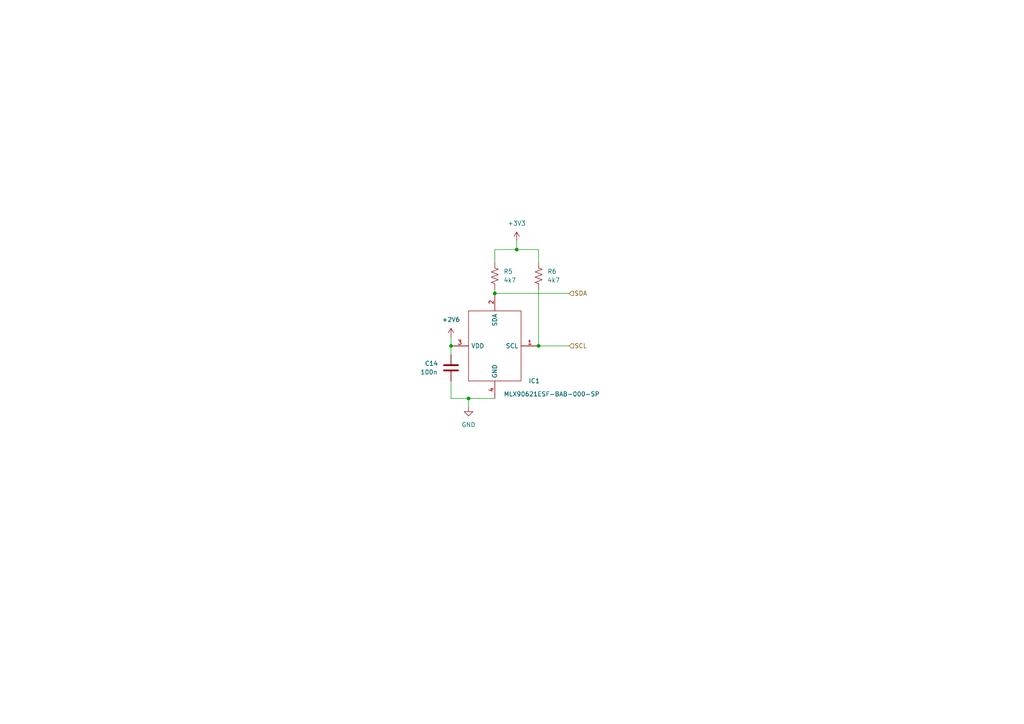
<source format=kicad_sch>
(kicad_sch (version 20211123) (generator eeschema)
  (paper "A4")
  (lib_symbols
    (symbol "Device:C" (pin_numbers hide) (pin_names (offset 0.254))
      (property "Reference" "C" (at 0.635 2.54 0))
      (property "Value" "C" (at 0.635 -2.54 0))
      (symbol "C_0_1"
        (polyline (pts (xy -2.032 -0.762) (xy 2.032 -0.762)) (stroke (width 0.508)))
        (polyline (pts (xy -2.032 0.762) (xy 2.032 0.762)) (stroke (width 0.508)))
      )
      (symbol "C_1_1"
        (pin passive line (at 0 3.81 270) (length 2.794) (name "~") (number "1"))
        (pin passive line (at 0 -3.81 90) (length 2.794) (name "~") (number "2"))
      )
    )
    (symbol "Device:R_US" (pin_numbers hide) (pin_names (offset 0))
      (property "Reference" "R" (at 2.54 0 90))
      (property "Value" "R_US" (at -2.54 0 90))
      (symbol "R_US_0_1"
        (polyline (pts (xy 0 -2.286) (xy 0 -2.54)))
        (polyline (pts (xy 0 2.286) (xy 0 2.54)))
        (polyline (pts (xy 0 -0.762) (xy 1.016 -1.143) (xy 0 -1.524) (xy -1.016 -1.905) (xy 0 -2.286)))
        (polyline (pts (xy 0 0.762) (xy 1.016 0.381) (xy 0 0) (xy -1.016 -0.381) (xy 0 -0.762)))
        (polyline (pts (xy 0 2.286) (xy 1.016 1.905) (xy 0 1.524) (xy -1.016 1.143) (xy 0 0.762)))
      )
      (symbol "R_US_1_1"
        (pin passive line (at 0 3.81 270) (length 1.27) (name "~") (number "1"))
        (pin passive line (at 0 -3.81 90) (length 1.27) (name "~") (number "2"))
      )
    )
    (symbol "MLX90621ESF-BAB-000-SP:MLX90621ESF-BAB-000-SP" (pin_names (offset 0.762))
      (property "Reference" "IC" (at 21.59 15.24 0))
      (property "Value" "MLX90621ESF-BAB-000-SP" (at 21.59 12.7 0))
      (symbol "MLX90621ESF-BAB-000-SP_0_0"
        (pin passive line (at 25.4 0 180) (length 5.08) (name "SCL") (number "1"))
        (pin passive line (at 12.7 15.24 270) (length 5.08) (name "SDA") (number "2"))
        (pin passive line (at 0 0 0) (length 5.08) (name "VDD") (number "3"))
        (pin passive line (at 12.7 -15.24 90) (length 5.08) (name "GND") (number "4"))
      )
      (symbol "MLX90621ESF-BAB-000-SP_0_1"
        (polyline (pts (xy 5.08 10.16) (xy 20.32 10.16) (xy 20.32 -10.16) (xy 5.08 -10.16) (xy 5.08 10.16)) (stroke (width 0.1524)))
      )
    )
    (symbol "power:+2V6" (power) (pin_names (offset 0))
      (property "Value" "+2V6" (at 0 5.08 0))
      (symbol "+2V6_0_1"
        (polyline (pts (xy -0.762 1.27) (xy 0 2.54)))
        (polyline (pts (xy 0 0) (xy 0 2.54)))
        (polyline (pts (xy 0 2.54) (xy 0.762 1.27)))
      )
      (symbol "+2V6_1_1"
        (pin power_in line (at 0 0 90) (length 0) hide (name "+2V6") (number "1"))
      )
    )
    (symbol "power:+3V3" (power) (pin_names (offset 0))
      (property "Value" "+3V3" (at 0 3.556 0))
      (symbol "+3V3_0_1"
        (polyline (pts (xy -0.762 1.27) (xy 0 2.54)))
        (polyline (pts (xy 0 0) (xy 0 2.54)))
        (polyline (pts (xy 0 2.54) (xy 0.762 1.27)))
      )
      (symbol "+3V3_1_1"
        (pin power_in line (at 0 0 90) (length 0) hide (name "+3V3") (number "1"))
      )
    )
    (symbol "power:GND" (power) (pin_names (offset 0))
      (property "Value" "GND" (at 0 -3.81 0))
      (symbol "GND_0_1"
        (polyline (pts (xy 0 0) (xy 0 -1.27) (xy 1.27 -1.27) (xy 0 -2.54) (xy -1.27 -1.27) (xy 0 -1.27)))
      )
      (symbol "GND_1_1"
        (pin power_in line (at 0 0 270) (length 0) hide (name "GND") (number "1"))
      )
    )
  )
  (junction (at 149.86 72.39))
  (junction (at 135.89 115.57))
  (junction (at 143.51 85.09))
  (junction (at 156.21 100.33))
  (junction (at 130.81 100.33))
  (wire (pts (xy 130.81 97.79) (xy 130.81 100.33)))
  (wire (pts (xy 143.51 83.82) (xy 143.51 85.09)))
  (wire (pts (xy 149.86 69.85) (xy 149.86 72.39)))
  (wire (pts (xy 143.51 85.09) (xy 165.1 85.09)))
  (wire (pts (xy 156.21 72.39) (xy 156.21 76.2)))
  (wire (pts (xy 143.51 72.39) (xy 149.86 72.39)))
  (wire (pts (xy 156.21 100.33) (xy 165.1 100.33)))
  (wire (pts (xy 149.86 72.39) (xy 156.21 72.39)))
  (wire (pts (xy 135.89 115.57) (xy 135.89 118.11)))
  (wire (pts (xy 130.81 102.87) (xy 130.81 100.33)))
  (wire (pts (xy 156.21 83.82) (xy 156.21 100.33)))
  (wire (pts (xy 143.51 76.2) (xy 143.51 72.39)))
  (wire (pts (xy 130.81 110.49) (xy 130.81 115.57)))
  (wire (pts (xy 130.81 115.57) (xy 135.89 115.57)))
  (wire (pts (xy 135.89 115.57) (xy 143.51 115.57)))
  (hierarchical_label "SDA" (shape input) (at 165.1 85.09 0))
  (hierarchical_label "SCL" (shape input) (at 165.1 100.33 0))
  (symbol (lib_id "power:+2V6") (at 130.81 97.79 0) (unit 1)
    (property "Reference" "#PWR018" (effects hide))
    (property "Value" "+2V6" (at 130.81 92.71 0))
  )
  (symbol (lib_id "Device:R_US") (at 156.21 80.01 0) (unit 1)
    (property "Reference" "R6" (at 158.75 78.7399 0) (effects (justify left)))
    (property "Value" "4k7" (at 158.75 81.2799 0) (effects (justify left)))
    (property "Footprint" "Resistor_SMD:R_0603_1608Metric" (effects hide))
  )
  (symbol (lib_id "power:GND") (at 135.89 118.11 0) (unit 1)
    (property "Reference" "#PWR019" (effects hide))
    (property "Value" "GND" (at 135.89 123.19 0))
  )
  (symbol (lib_id "power:+3V3") (at 149.86 69.85 0) (unit 1)
    (property "Reference" "#PWR020" (effects hide))
    (property "Value" "+3V3" (at 149.86 64.77 0))
  )
  (symbol (lib_id "Device:R_US") (at 143.51 80.01 0) (unit 1)
    (property "Reference" "R5" (at 146.05 78.7399 0) (effects (justify left)))
    (property "Value" "4k7" (at 146.05 81.2799 0) (effects (justify left)))
    (property "Footprint" "Resistor_SMD:R_0603_1608Metric" (effects hide))
  )
  (symbol (lib_id "MLX90621ESF-BAB-000-SP:MLX90621ESF-BAB-000-SP") (at 130.81 100.33 0) (unit 1)
    (property "Reference" "IC1" (at 154.94 110.49 0))
    (property "Value" "MLX90621ESF-BAB-000-SP" (at 160.02 114.3 0))
    (property "Footprint" "MLX:MLX90621ESFBAB000SP" (effects hide))
    (property "Datasheet" "https://www.melexis.com/-/media/files/documents/datasheets/mlx90621-datasheet-melexis.pdf" (effects hide))
    (property "Description" "Board Mount Temperature Sensors 16X4 thermal array sensor, 3Volt, 60deg total FOV" (effects hide))
    (property "Height" "11.4" (effects hide))
    (property "Manufacturer_Name" "Melexis" (effects hide))
    (property "Manufacturer_Part_Number" "MLX90621ESF-BAB-000-SP" (effects hide))
    (property "Mouser Part Number" "482-90621ESFBAB000SP" (effects hide))
    (property "Mouser Price/Stock" "https://www.mouser.co.uk/ProductDetail/Melexis/MLX90621ESF-BAB-000-SP/?qs=KuGPmAKtFKVFHvV1D3wVtw%3D%3D" (effects hide))
  )
  (symbol (lib_id "Device:C") (at 130.81 106.68 0) (unit 1)
    (property "Reference" "C14" (at 123.19 105.41 0) (effects (justify left)))
    (property "Value" "100n" (at 121.92 107.95 0) (effects (justify left)))
    (property "Footprint" "Capacitor_SMD:C_0603_1608Metric" (effects hide))
  )
)
</source>
